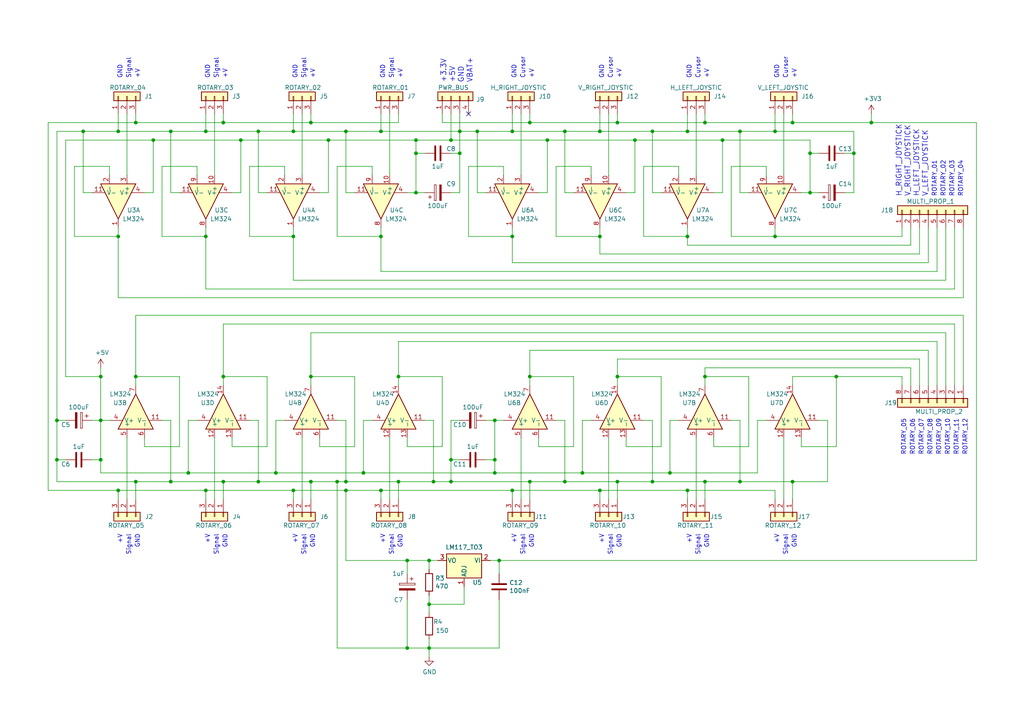
<source format=kicad_sch>
(kicad_sch (version 20230121) (generator eeschema)
  (paper "A4")
  (title_block (title "Analogs inputs - unbuffered rotary sensors") (date "2020-04-15"))
  (lib_symbols
    (symbol "RCTX-rescue:+3.3V-power" (power) (pin_names (offset 0))
      (property "Value" "+3.3V-power" (at 0 3.556 0))
      (symbol "+3.3V-power_0_1"
        (polyline (pts (xy -0.762 1.27) (xy 0 2.54)))
        (polyline (pts (xy 0 0) (xy 0 2.54)))
        (polyline (pts (xy 0 2.54) (xy 0.762 1.27)))
      )
      (symbol "+3.3V-power_1_1"
        (pin power_in line (at 0 0 90) (length 0) hide (name "+3V3") (number "1"))
      )
    )
    (symbol "RCTX-rescue:+5V-power" (power) (pin_names (offset 0))
      (property "Value" "+5V-power" (at 0 3.556 0))
      (symbol "+5V-power_0_1"
        (polyline (pts (xy -0.762 1.27) (xy 0 2.54)))
        (polyline (pts (xy 0 0) (xy 0 2.54)))
        (polyline (pts (xy 0 2.54) (xy 0.762 1.27)))
      )
      (symbol "+5V-power_1_1"
        (pin power_in line (at 0 0 90) (length 0) hide (name "+5V") (number "1"))
      )
    )
    (symbol "RCTX-rescue:C-device" (pin_numbers hide) (pin_names (offset 0.254))
      (property "Reference" "C" (at 0.635 2.54 0))
      (property "Value" "device_C" (at 0.635 -2.54 0))
      (symbol "C-device_0_1"
        (polyline (pts (xy -2.032 -0.762) (xy 2.032 -0.762)) (stroke (width 0.508)))
        (polyline (pts (xy -2.032 0.762) (xy 2.032 0.762)) (stroke (width 0.508)))
      )
      (symbol "C-device_1_1"
        (pin passive line (at 0 3.81 270) (length 2.794) (name "~") (number "1"))
        (pin passive line (at 0 -3.81 90) (length 2.794) (name "~") (number "2"))
      )
    )
    (symbol "RCTX-rescue:CP-device" (pin_numbers hide) (pin_names (offset 0.254))
      (property "Reference" "C" (at 0.635 2.54 0))
      (property "Value" "CP-device" (at 0.635 -2.54 0))
      (symbol "CP-device_0_1"
        (rectangle (start -2.286 0.508) (end -2.286 1.016))
        (rectangle (start -2.286 0.508) (end 2.286 0.508))
        (polyline (pts (xy -1.778 2.286) (xy -0.762 2.286)))
        (polyline (pts (xy -1.27 2.794) (xy -1.27 1.778)))
        (rectangle (start 2.286 -0.508) (end -2.286 -1.016) (fill (type outline)))
        (rectangle (start 2.286 1.016) (end -2.286 1.016))
        (rectangle (start 2.286 1.016) (end 2.286 0.508))
      )
      (symbol "CP-device_1_1"
        (pin passive line (at 0 3.81 270) (length 2.794) (name "~") (number "1"))
        (pin passive line (at 0 -3.81 90) (length 2.794) (name "~") (number "2"))
      )
    )
    (symbol "RCTX-rescue:Conn_01x03-conn" (pin_names (offset 1.016) hide)
      (property "Reference" "J" (at 0 5.08 0))
      (property "Value" "Conn_01x03-conn" (at 0 -5.08 0))
      (symbol "Conn_01x03-conn_1_1"
        (rectangle (start -1.27 -2.413) (end 0 -2.667) (stroke (width 0.1524)))
        (rectangle (start -1.27 0.127) (end 0 -0.127) (stroke (width 0.1524)))
        (rectangle (start -1.27 2.667) (end 0 2.413) (stroke (width 0.1524)))
        (rectangle (start -1.27 3.81) (end 1.27 -3.81) (stroke (width 0.254)) (fill (type background)))
        (pin passive line (at -5.08 2.54 0) (length 3.81) (name "Pin_1") (number "1"))
        (pin passive line (at -5.08 0 0) (length 3.81) (name "Pin_2") (number "2"))
        (pin passive line (at -5.08 -2.54 0) (length 3.81) (name "Pin_3") (number "3"))
      )
    )
    (symbol "RCTX-rescue:Conn_01x04-conn" (pin_names (offset 1.016) hide)
      (property "Reference" "J" (at 0 5.08 0))
      (property "Value" "Conn_01x04-conn" (at 0 -7.62 0))
      (symbol "Conn_01x04-conn_1_1"
        (rectangle (start -1.27 -4.953) (end 0 -5.207) (stroke (width 0.1524)))
        (rectangle (start -1.27 -2.413) (end 0 -2.667) (stroke (width 0.1524)))
        (rectangle (start -1.27 0.127) (end 0 -0.127) (stroke (width 0.1524)))
        (rectangle (start -1.27 2.667) (end 0 2.413) (stroke (width 0.1524)))
        (rectangle (start -1.27 3.81) (end 1.27 -6.35) (stroke (width 0.254)) (fill (type background)))
        (pin passive line (at -5.08 2.54 0) (length 3.81) (name "Pin_1") (number "1"))
        (pin passive line (at -5.08 0 0) (length 3.81) (name "Pin_2") (number "2"))
        (pin passive line (at -5.08 -2.54 0) (length 3.81) (name "Pin_3") (number "3"))
        (pin passive line (at -5.08 -5.08 0) (length 3.81) (name "Pin_4") (number "4"))
      )
    )
    (symbol "RCTX-rescue:Conn_01x08-conn" (pin_names (offset 1.016) hide)
      (property "Reference" "J" (at 0 10.16 0))
      (property "Value" "Conn_01x08-conn" (at 0 -12.7 0))
      (symbol "Conn_01x08-conn_1_1"
        (rectangle (start -1.27 -10.033) (end 0 -10.287) (stroke (width 0.1524)))
        (rectangle (start -1.27 -7.493) (end 0 -7.747) (stroke (width 0.1524)))
        (rectangle (start -1.27 -4.953) (end 0 -5.207) (stroke (width 0.1524)))
        (rectangle (start -1.27 -2.413) (end 0 -2.667) (stroke (width 0.1524)))
        (rectangle (start -1.27 0.127) (end 0 -0.127) (stroke (width 0.1524)))
        (rectangle (start -1.27 2.667) (end 0 2.413) (stroke (width 0.1524)))
        (rectangle (start -1.27 5.207) (end 0 4.953) (stroke (width 0.1524)))
        (rectangle (start -1.27 7.747) (end 0 7.493) (stroke (width 0.1524)))
        (rectangle (start -1.27 8.89) (end 1.27 -11.43) (stroke (width 0.254)) (fill (type background)))
        (pin passive line (at -5.08 7.62 0) (length 3.81) (name "Pin_1") (number "1"))
        (pin passive line (at -5.08 5.08 0) (length 3.81) (name "Pin_2") (number "2"))
        (pin passive line (at -5.08 2.54 0) (length 3.81) (name "Pin_3") (number "3"))
        (pin passive line (at -5.08 0 0) (length 3.81) (name "Pin_4") (number "4"))
        (pin passive line (at -5.08 -2.54 0) (length 3.81) (name "Pin_5") (number "5"))
        (pin passive line (at -5.08 -5.08 0) (length 3.81) (name "Pin_6") (number "6"))
        (pin passive line (at -5.08 -7.62 0) (length 3.81) (name "Pin_7") (number "7"))
        (pin passive line (at -5.08 -10.16 0) (length 3.81) (name "Pin_8") (number "8"))
      )
    )
    (symbol "RCTX-rescue:GND-power" (power) (pin_names (offset 0))
      (property "Value" "GND-power" (at 0 -3.81 0))
      (symbol "GND-power_0_1"
        (polyline (pts (xy 0 0) (xy 0 -1.27) (xy 1.27 -1.27) (xy 0 -2.54) (xy -1.27 -1.27) (xy 0 -1.27)))
      )
      (symbol "GND-power_1_1"
        (pin power_in line (at 0 0 270) (length 0) hide (name "GND") (number "1"))
      )
    )
    (symbol "RCTX-rescue:LM117_TO3-regul" (pin_names (offset 0.254))
      (property "Reference" "U" (at -3.81 3.175 0))
      (property "Value" "LM117_TO3-regul" (at 0 3.175 0))
      (symbol "LM117_TO3-regul_0_1"
        (rectangle (start -5.08 1.905) (end 5.08 -5.08) (stroke (width 0.254)) (fill (type background)))
      )
      (symbol "LM117_TO3-regul_1_1"
        (pin input line (at 0 -7.62 90) (length 2.54) (name "ADJ") (number "1"))
        (pin power_in line (at -7.62 0 0) (length 2.54) (name "VI") (number "2"))
        (pin power_out line (at 7.62 0 180) (length 2.54) (name "VO") (number "3"))
      )
    )
    (symbol "RCTX-rescue:LM324-linear"
      (property "Reference" "U" (at 0 5.08 0))
      (property "Value" "LM324-linear" (at 0 -5.08 0))
      (symbol "LM324-linear_0_1"
        (polyline (pts (xy -5.08 5.08) (xy 5.08 0) (xy -5.08 -5.08) (xy -5.08 5.08)) (stroke (width 0.254)) (fill (type background)))
        (pin power_in line (at -2.54 -7.62 90) (length 3.81) (name "V-") (number "11"))
        (pin power_in line (at -2.54 7.62 270) (length 3.81) (name "V+") (number "4"))
      )
      (symbol "LM324-linear_1_1"
        (pin output line (at 7.62 0 180) (length 2.54) (name "~") (number "1"))
        (pin input line (at -7.62 -2.54 0) (length 2.54) (name "-") (number "2"))
        (pin input line (at -7.62 2.54 0) (length 2.54) (name "+") (number "3"))
      )
      (symbol "LM324-linear_2_1"
        (pin input line (at -7.62 2.54 0) (length 2.54) (name "+") (number "5"))
        (pin input line (at -7.62 -2.54 0) (length 2.54) (name "-") (number "6"))
        (pin output line (at 7.62 0 180) (length 2.54) (name "~") (number "7"))
      )
      (symbol "LM324-linear_3_1"
        (pin input line (at -7.62 2.54 0) (length 2.54) (name "+") (number "10"))
        (pin output line (at 7.62 0 180) (length 2.54) (name "~") (number "8"))
        (pin input line (at -7.62 -2.54 0) (length 2.54) (name "-") (number "9"))
      )
      (symbol "LM324-linear_4_1"
        (pin input line (at -7.62 2.54 0) (length 2.54) (name "+") (number "12"))
        (pin input line (at -7.62 -2.54 0) (length 2.54) (name "-") (number "13"))
        (pin output line (at 7.62 0 180) (length 2.54) (name "~") (number "14"))
      )
    )
    (symbol "RCTX-rescue:R-device" (pin_numbers hide) (pin_names (offset 0))
      (property "Reference" "R" (at 2.032 0 90))
      (property "Value" "device_R" (at 0 0 90))
      (symbol "R-device_0_1"
        (rectangle (start -1.016 -2.54) (end 1.016 2.54) (stroke (width 0.254)))
      )
      (symbol "R-device_1_1"
        (pin passive line (at 0 3.81 270) (length 1.27) (name "~") (number "1"))
        (pin passive line (at 0 -3.81 90) (length 1.27) (name "~") (number "2"))
      )
    )
  )
  (junction (at 100.33 38.1))
  (junction (at 163.83 139.7))
  (junction (at 85.09 142.24))
  (junction (at 158.75 40.64))
  (junction (at 29.21 109.22))
  (junction (at 189.23 139.7))
  (junction (at 138.43 38.1))
  (junction (at 204.47 109.22))
  (junction (at 90.17 35.56))
  (junction (at 115.57 109.22))
  (junction (at 34.29 142.24))
  (junction (at 80.01 137.16))
  (junction (at 148.59 142.24))
  (junction (at 199.39 142.24))
  (junction (at 97.79 139.7))
  (junction (at 148.59 38.1))
  (junction (at 39.37 109.22))
  (junction (at 124.46 162.56))
  (junction (at 224.79 68.58))
  (junction (at 16.51 121.92))
  (junction (at 110.49 38.1))
  (junction (at 29.21 133.35))
  (junction (at 252.73 35.56))
  (junction (at 173.99 38.1))
  (junction (at 144.78 162.56))
  (junction (at 194.31 137.16))
  (junction (at 179.07 109.22))
  (junction (at 59.69 142.24))
  (junction (at 34.29 38.1))
  (junction (at 229.87 139.7))
  (junction (at 184.15 40.64))
  (junction (at 120.65 44.45))
  (junction (at 204.47 35.56))
  (junction (at 199.39 68.58))
  (junction (at 16.51 133.35))
  (junction (at 130.81 40.64))
  (junction (at 100.33 142.24))
  (junction (at 124.46 187.96))
  (junction (at 143.51 137.16))
  (junction (at 234.95 55.88))
  (junction (at 130.81 139.7))
  (junction (at 110.49 142.24))
  (junction (at 120.65 40.64))
  (junction (at 49.53 139.7))
  (junction (at 64.77 139.7))
  (junction (at 85.09 68.58))
  (junction (at 199.39 38.1))
  (junction (at 133.35 38.1))
  (junction (at 90.17 109.22))
  (junction (at 229.87 35.56))
  (junction (at 189.23 38.1))
  (junction (at 124.46 175.26))
  (junction (at 39.37 35.56))
  (junction (at 148.59 68.58))
  (junction (at 247.65 44.45))
  (junction (at 130.81 133.35))
  (junction (at 214.63 38.1))
  (junction (at 90.17 139.7))
  (junction (at 49.53 38.1))
  (junction (at 59.69 68.58))
  (junction (at 125.73 139.7))
  (junction (at 59.69 38.1))
  (junction (at 214.63 139.7))
  (junction (at 100.33 139.7))
  (junction (at 85.09 38.1))
  (junction (at 110.49 68.58))
  (junction (at 179.07 139.7))
  (junction (at 74.93 139.7))
  (junction (at 153.67 109.22))
  (junction (at 153.67 35.56))
  (junction (at 163.83 38.1))
  (junction (at 64.77 109.22))
  (junction (at 24.13 38.1))
  (junction (at 39.37 139.7))
  (junction (at 54.61 137.16))
  (junction (at 173.99 68.58))
  (junction (at 95.25 40.64))
  (junction (at 105.41 137.16))
  (junction (at 143.51 121.92))
  (junction (at 209.55 40.64))
  (junction (at 143.51 133.35))
  (junction (at 133.35 44.45))
  (junction (at 242.57 109.22))
  (junction (at 64.77 35.56))
  (junction (at 34.29 68.58))
  (junction (at 204.47 139.7))
  (junction (at 224.79 38.1))
  (junction (at 118.11 187.96))
  (junction (at 234.95 44.45))
  (junction (at 29.21 121.92))
  (junction (at 120.65 55.88))
  (junction (at 168.91 137.16))
  (junction (at 153.67 139.7))
  (junction (at 44.45 40.64))
  (junction (at 179.07 35.56))
  (junction (at 74.93 38.1))
  (junction (at 173.99 142.24))
  (junction (at 118.11 162.56))
  (junction (at 115.57 139.7))
  (junction (at 69.85 40.64))
  (no_connect (at 135.89 33.02))
  (wire (pts (xy 26.67 133.35) (xy 29.21 133.35)))
  (wire (pts (xy 41.91 129.54) (xy 52.07 129.54)))
  (wire (pts (xy 133.35 44.45) (xy 130.81 44.45)))
  (wire (pts (xy 64.77 139.7) (xy 49.53 139.7)))
  (wire (pts (xy 189.23 139.7) (xy 204.47 139.7)))
  (wire (pts (xy 199.39 38.1) (xy 214.63 38.1)))
  (wire (pts (xy 118.11 173.99) (xy 118.11 187.96)))
  (wire (pts (xy 168.91 121.92) (xy 171.45 121.92)))
  (wire (pts (xy 156.21 129.54) (xy 166.37 129.54)))
  (wire (pts (xy 269.24 66.04) (xy 269.24 76.2)))
  (wire (pts (xy 64.77 35.56) (xy 39.37 35.56)))
  (wire (pts (xy 133.35 33.02) (xy 133.35 38.1)))
  (wire (pts (xy 110.49 68.58) (xy 110.49 66.04)))
  (wire (pts (xy 222.25 50.8) (xy 222.25 48.26)))
  (wire (pts (xy 166.37 109.22) (xy 153.67 109.22)))
  (wire (pts (xy 144.78 162.56) (xy 144.78 166.37)))
  (wire (pts (xy 158.75 55.88) (xy 158.75 40.64)))
  (wire (pts (xy 279.4 91.44) (xy 39.37 91.44)))
  (wire (pts (xy 124.46 172.72) (xy 124.46 175.26)))
  (wire (pts (xy 134.62 175.26) (xy 134.62 170.18)))
  (wire (pts (xy 242.57 129.54) (xy 242.57 109.22)))
  (wire (pts (xy 16.51 133.35) (xy 16.51 139.7)))
  (wire (pts (xy 173.99 142.24) (xy 199.39 142.24)))
  (wire (pts (xy 274.32 111.76) (xy 274.32 96.52)))
  (wire (pts (xy 95.25 40.64) (xy 95.25 55.88)))
  (wire (pts (xy 69.85 55.88) (xy 67.31 55.88)))
  (wire (pts (xy 217.17 109.22) (xy 204.47 109.22)))
  (wire (pts (xy 133.35 38.1) (xy 110.49 38.1)))
  (wire (pts (xy 153.67 101.6) (xy 153.67 109.22)))
  (wire (pts (xy 115.57 99.06) (xy 115.57 109.22)))
  (wire (pts (xy 105.41 137.16) (xy 80.01 137.16)))
  (wire (pts (xy 16.51 121.92) (xy 16.51 38.1)))
  (wire (pts (xy 130.81 33.02) (xy 130.81 40.64)))
  (wire (pts (xy 113.03 50.8) (xy 113.03 33.02)))
  (wire (pts (xy 31.75 48.26) (xy 21.59 48.26)))
  (wire (pts (xy 168.91 137.16) (xy 168.91 121.92)))
  (wire (pts (xy 46.99 121.92) (xy 49.53 121.92)))
  (wire (pts (xy 153.67 109.22) (xy 153.67 111.76)))
  (wire (pts (xy 124.46 187.96) (xy 118.11 187.96)))
  (wire (pts (xy 266.7 66.04) (xy 266.7 73.66)))
  (wire (pts (xy 179.07 139.7) (xy 163.83 139.7)))
  (wire (pts (xy 92.71 127) (xy 92.71 129.54)))
  (wire (pts (xy 85.09 33.02) (xy 85.09 38.1)))
  (wire (pts (xy 124.46 175.26) (xy 124.46 177.8)))
  (wire (pts (xy 271.78 66.04) (xy 271.78 78.74)))
  (wire (pts (xy 115.57 109.22) (xy 115.57 111.76)))
  (wire (pts (xy 274.32 96.52) (xy 90.17 96.52)))
  (wire (pts (xy 62.23 33.02) (xy 62.23 50.8)))
  (wire (pts (xy 194.31 121.92) (xy 196.85 121.92)))
  (wire (pts (xy 209.55 40.64) (xy 209.55 55.88)))
  (wire (pts (xy 191.77 109.22) (xy 179.07 109.22)))
  (wire (pts (xy 100.33 142.24) (xy 110.49 142.24)))
  (wire (pts (xy 77.47 129.54) (xy 77.47 109.22)))
  (wire (pts (xy 279.4 86.36) (xy 34.29 86.36)))
  (wire (pts (xy 163.83 55.88) (xy 163.83 38.1)))
  (wire (pts (xy 166.37 129.54) (xy 166.37 109.22)))
  (wire (pts (xy 125.73 139.7) (xy 115.57 139.7)))
  (wire (pts (xy 90.17 35.56) (xy 64.77 35.56)))
  (wire (pts (xy 276.86 83.82) (xy 59.69 83.82)))
  (wire (pts (xy 128.27 109.22) (xy 115.57 109.22)))
  (wire (pts (xy 26.67 55.88) (xy 24.13 55.88)))
  (wire (pts (xy 224.79 33.02) (xy 224.79 38.1)))
  (wire (pts (xy 29.21 137.16) (xy 29.21 133.35)))
  (wire (pts (xy 85.09 38.1) (xy 74.93 38.1)))
  (wire (pts (xy 29.21 121.92) (xy 31.75 121.92)))
  (wire (pts (xy 80.01 121.92) (xy 82.55 121.92)))
  (wire (pts (xy 217.17 129.54) (xy 217.17 109.22)))
  (wire (pts (xy 266.7 73.66) (xy 173.99 73.66)))
  (wire (pts (xy 118.11 127) (xy 118.11 129.54)))
  (wire (pts (xy 212.09 48.26) (xy 212.09 68.58)))
  (wire (pts (xy 128.27 35.56) (xy 153.67 35.56)))
  (wire (pts (xy 90.17 109.22) (xy 90.17 111.76)))
  (wire (pts (xy 123.19 121.92) (xy 125.73 121.92)))
  (wire (pts (xy 77.47 109.22) (xy 64.77 109.22)))
  (wire (pts (xy 31.75 50.8) (xy 31.75 48.26)))
  (wire (pts (xy 171.45 50.8) (xy 171.45 48.26)))
  (wire (pts (xy 240.03 139.7) (xy 229.87 139.7)))
  (wire (pts (xy 130.81 121.92) (xy 130.81 133.35)))
  (wire (pts (xy 214.63 139.7) (xy 229.87 139.7)))
  (wire (pts (xy 247.65 44.45) (xy 245.11 44.45)))
  (wire (pts (xy 124.46 190.5) (xy 124.46 187.96)))
  (wire (pts (xy 179.07 33.02) (xy 179.07 35.56)))
  (wire (pts (xy 128.27 129.54) (xy 128.27 109.22)))
  (wire (pts (xy 232.41 129.54) (xy 242.57 129.54)))
  (wire (pts (xy 186.69 121.92) (xy 189.23 121.92)))
  (wire (pts (xy 153.67 139.7) (xy 163.83 139.7)))
  (wire (pts (xy 264.16 66.04) (xy 264.16 71.12)))
  (wire (pts (xy 34.29 144.78) (xy 34.29 142.24)))
  (wire (pts (xy 36.83 127) (xy 36.83 144.78)))
  (wire (pts (xy 97.79 48.26) (xy 97.79 68.58)))
  (wire (pts (xy 72.39 68.58) (xy 85.09 68.58)))
  (wire (pts (xy 224.79 68.58) (xy 224.79 66.04)))
  (wire (pts (xy 209.55 40.64) (xy 234.95 40.64)))
  (wire (pts (xy 196.85 48.26) (xy 186.69 48.26)))
  (wire (pts (xy 21.59 48.26) (xy 21.59 68.58)))
  (wire (pts (xy 46.99 68.58) (xy 59.69 68.58)))
  (wire (pts (xy 148.59 142.24) (xy 173.99 142.24)))
  (wire (pts (xy 41.91 127) (xy 41.91 129.54)))
  (wire (pts (xy 16.51 38.1) (xy 24.13 38.1)))
  (wire (pts (xy 184.15 40.64) (xy 184.15 55.88)))
  (wire (pts (xy 124.46 162.56) (xy 124.46 165.1)))
  (wire (pts (xy 212.09 68.58) (xy 224.79 68.58)))
  (wire (pts (xy 41.91 55.88) (xy 44.45 55.88)))
  (wire (pts (xy 130.81 139.7) (xy 153.67 139.7)))
  (wire (pts (xy 276.86 66.04) (xy 276.86 83.82)))
  (wire (pts (xy 173.99 38.1) (xy 163.83 38.1)))
  (wire (pts (xy 118.11 162.56) (xy 118.11 166.37)))
  (wire (pts (xy 118.11 162.56) (xy 100.33 162.56)))
  (wire (pts (xy 234.95 55.88) (xy 232.41 55.88)))
  (wire (pts (xy 199.39 142.24) (xy 224.79 142.24)))
  (wire (pts (xy 168.91 137.16) (xy 143.51 137.16)))
  (wire (pts (xy 105.41 121.92) (xy 105.41 137.16)))
  (wire (pts (xy 36.83 33.02) (xy 36.83 50.8)))
  (wire (pts (xy 19.05 121.92) (xy 16.51 121.92)))
  (wire (pts (xy 107.95 50.8) (xy 107.95 48.26)))
  (wire (pts (xy 97.79 121.92) (xy 100.33 121.92)))
  (wire (pts (xy 247.65 44.45) (xy 247.65 38.1)))
  (wire (pts (xy 269.24 76.2) (xy 148.59 76.2)))
  (wire (pts (xy 199.39 38.1) (xy 189.23 38.1)))
  (wire (pts (xy 179.07 109.22) (xy 179.07 111.76)))
  (wire (pts (xy 143.51 133.35) (xy 143.51 121.92)))
  (wire (pts (xy 133.35 55.88) (xy 133.35 44.45)))
  (wire (pts (xy 144.78 187.96) (xy 144.78 173.99)))
  (wire (pts (xy 204.47 106.68) (xy 264.16 106.68)))
  (wire (pts (xy 74.93 139.7) (xy 90.17 139.7)))
  (wire (pts (xy 237.49 121.92) (xy 240.03 121.92)))
  (wire (pts (xy 173.99 68.58) (xy 173.99 66.04)))
  (wire (pts (xy 64.77 93.98) (xy 64.77 109.22)))
  (wire (pts (xy 124.46 162.56) (xy 118.11 162.56)))
  (wire (pts (xy 34.29 142.24) (xy 13.97 142.24)))
  (wire (pts (xy 85.09 38.1) (xy 100.33 38.1)))
  (wire (pts (xy 229.87 35.56) (xy 204.47 35.56)))
  (wire (pts (xy 115.57 35.56) (xy 90.17 35.56)))
  (wire (pts (xy 142.24 162.56) (xy 144.78 162.56)))
  (wire (pts (xy 39.37 144.78) (xy 39.37 139.7)))
  (wire (pts (xy 199.39 71.12) (xy 199.39 68.58)))
  (wire (pts (xy 234.95 40.64) (xy 234.95 44.45)))
  (wire (pts (xy 54.61 137.16) (xy 29.21 137.16)))
  (wire (pts (xy 135.89 48.26) (xy 135.89 68.58)))
  (wire (pts (xy 274.32 66.04) (xy 274.32 81.28)))
  (wire (pts (xy 130.81 139.7) (xy 125.73 139.7)))
  (wire (pts (xy 271.78 99.06) (xy 115.57 99.06)))
  (wire (pts (xy 207.01 127) (xy 207.01 129.54)))
  (wire (pts (xy 261.62 66.04) (xy 261.62 68.58)))
  (wire (pts (xy 110.49 38.1) (xy 100.33 38.1)))
  (wire (pts (xy 194.31 137.16) (xy 194.31 121.92)))
  (wire (pts (xy 67.31 127) (xy 67.31 129.54)))
  (wire (pts (xy 29.21 133.35) (xy 29.21 121.92)))
  (wire (pts (xy 118.11 129.54) (xy 128.27 129.54)))
  (wire (pts (xy 227.33 144.78) (xy 227.33 127)))
  (wire (pts (xy 34.29 142.24) (xy 59.69 142.24)))
  (wire (pts (xy 64.77 144.78) (xy 64.77 139.7)))
  (wire (pts (xy 130.81 133.35) (xy 130.81 139.7)))
  (wire (pts (xy 153.67 144.78) (xy 153.67 139.7)))
  (wire (pts (xy 138.43 55.88) (xy 138.43 38.1)))
  (wire (pts (xy 21.59 68.58) (xy 34.29 68.58)))
  (wire (pts (xy 148.59 68.58) (xy 148.59 66.04)))
  (wire (pts (xy 264.16 71.12) (xy 199.39 71.12)))
  (wire (pts (xy 120.65 55.88) (xy 118.11 55.88)))
  (wire (pts (xy 222.25 121.92) (xy 219.71 121.92)))
  (wire (pts (xy 179.07 35.56) (xy 153.67 35.56)))
  (wire (pts (xy 133.35 44.45) (xy 133.35 38.1)))
  (wire (pts (xy 130.81 40.64) (xy 158.75 40.64)))
  (wire (pts (xy 161.29 121.92) (xy 163.83 121.92)))
  (wire (pts (xy 34.29 68.58) (xy 34.29 86.36)))
  (wire (pts (xy 100.33 121.92) (xy 100.33 139.7)))
  (wire (pts (xy 264.16 106.68) (xy 264.16 111.76)))
  (wire (pts (xy 54.61 137.16) (xy 54.61 121.92)))
  (wire (pts (xy 16.51 133.35) (xy 19.05 133.35)))
  (wire (pts (xy 115.57 33.02) (xy 115.57 35.56)))
  (wire (pts (xy 181.61 127) (xy 181.61 129.54)))
  (wire (pts (xy 204.47 139.7) (xy 214.63 139.7)))
  (wire (pts (xy 59.69 38.1) (xy 49.53 38.1)))
  (wire (pts (xy 158.75 40.64) (xy 184.15 40.64)))
  (wire (pts (xy 113.03 144.78) (xy 113.03 127)))
  (wire (pts (xy 59.69 83.82) (xy 59.69 68.58)))
  (wire (pts (xy 87.63 144.78) (xy 87.63 127)))
  (wire (pts (xy 102.87 129.54) (xy 102.87 109.22)))
  (wire (pts (xy 120.65 40.64) (xy 130.81 40.64)))
  (wire (pts (xy 120.65 44.45) (xy 120.65 55.88)))
  (wire (pts (xy 39.37 35.56) (xy 39.37 33.02)))
  (wire (pts (xy 148.59 38.1) (xy 148.59 33.02)))
  (wire (pts (xy 19.05 40.64) (xy 44.45 40.64)))
  (wire (pts (xy 124.46 175.26) (xy 134.62 175.26)))
  (wire (pts (xy 204.47 35.56) (xy 179.07 35.56)))
  (wire (pts (xy 173.99 73.66) (xy 173.99 68.58)))
  (wire (pts (xy 97.79 139.7) (xy 100.33 139.7)))
  (wire (pts (xy 118.11 187.96) (xy 97.79 187.96)))
  (wire (pts (xy 74.93 55.88) (xy 74.93 38.1)))
  (wire (pts (xy 26.67 121.92) (xy 29.21 121.92)))
  (wire (pts (xy 143.51 137.16) (xy 143.51 133.35)))
  (wire (pts (xy 130.81 133.35) (xy 133.35 133.35)))
  (wire (pts (xy 261.62 68.58) (xy 224.79 68.58)))
  (wire (pts (xy 184.15 40.64) (xy 209.55 40.64)))
  (wire (pts (xy 209.55 55.88) (xy 207.01 55.88)))
  (wire (pts (xy 140.97 133.35) (xy 143.51 133.35)))
  (wire (pts (xy 271.78 78.74) (xy 110.49 78.74)))
  (wire (pts (xy 204.47 33.02) (xy 204.47 35.56)))
  (wire (pts (xy 92.71 129.54) (xy 102.87 129.54)))
  (wire (pts (xy 214.63 55.88) (xy 214.63 38.1)))
  (wire (pts (xy 115.57 139.7) (xy 115.57 144.78)))
  (wire (pts (xy 179.07 104.14) (xy 179.07 109.22)))
  (wire (pts (xy 201.93 33.02) (xy 201.93 50.8)))
  (wire (pts (xy 199.39 144.78) (xy 199.39 142.24)))
  (wire (pts (xy 138.43 38.1) (xy 148.59 38.1)))
  (wire (pts (xy 16.51 121.92) (xy 16.51 133.35)))
  (wire (pts (xy 49.53 55.88) (xy 49.53 38.1)))
  (wire (pts (xy 85.09 142.24) (xy 100.33 142.24)))
  (wire (pts (xy 13.97 35.56) (xy 39.37 35.56)))
  (wire (pts (xy 52.07 109.22) (xy 39.37 109.22)))
  (wire (pts (xy 156.21 127) (xy 156.21 129.54)))
  (wire (pts (xy 124.46 185.42) (xy 124.46 187.96)))
  (wire (pts (xy 143.51 137.16) (xy 105.41 137.16)))
  (wire (pts (xy 245.11 55.88) (xy 247.65 55.88)))
  (wire (pts (xy 146.05 50.8) (xy 146.05 48.26)))
  (wire (pts (xy 201.93 144.78) (xy 201.93 127)))
  (wire (pts (xy 39.37 91.44) (xy 39.37 109.22)))
  (wire (pts (xy 59.69 68.58) (xy 59.69 66.04)))
  (wire (pts (xy 252.73 35.56) (xy 229.87 35.56)))
  (wire (pts (xy 39.37 109.22) (xy 39.37 111.76)))
  (wire (pts (xy 80.01 137.16) (xy 54.61 137.16)))
  (wire (pts (xy 199.39 33.02) (xy 199.39 38.1)))
  (wire (pts (xy 274.32 81.28) (xy 85.09 81.28)))
  (wire (pts (xy 77.47 55.88) (xy 74.93 55.88)))
  (wire (pts (xy 87.63 33.02) (xy 87.63 50.8)))
  (wire (pts (xy 161.29 48.26) (xy 161.29 68.58)))
  (wire (pts (xy 276.86 93.98) (xy 64.77 93.98)))
  (wire (pts (xy 24.13 55.88) (xy 24.13 38.1)))
  (wire (pts (xy 59.69 33.02) (xy 59.69 38.1)))
  (wire (pts (xy 100.33 162.56) (xy 100.33 142.24)))
  (wire (pts (xy 217.17 55.88) (xy 214.63 55.88)))
  (wire (pts (xy 52.07 55.88) (xy 49.53 55.88)))
  (wire (pts (xy 227.33 50.8) (xy 227.33 33.02)))
  (wire (pts (xy 110.49 142.24) (xy 110.49 144.78)))
  (wire (pts (xy 191.77 55.88) (xy 189.23 55.88)))
  (wire (pts (xy 13.97 142.24) (xy 13.97 35.56)))
  (wire (pts (xy 120.65 40.64) (xy 120.65 44.45)))
  (wire (pts (xy 64.77 109.22) (xy 64.77 111.76)))
  (wire (pts (xy 49.53 38.1) (xy 34.29 38.1)))
  (wire (pts (xy 39.37 139.7) (xy 49.53 139.7)))
  (wire (pts (xy 229.87 109.22) (xy 229.87 111.76)))
  (wire (pts (xy 140.97 55.88) (xy 138.43 55.88)))
  (wire (pts (xy 52.07 129.54) (xy 52.07 109.22)))
  (wire (pts (xy 204.47 109.22) (xy 204.47 111.76)))
  (wire (pts (xy 59.69 142.24) (xy 85.09 142.24)))
  (wire (pts (xy 85.09 68.58) (xy 85.09 66.04)))
  (wire (pts (xy 144.78 162.56) (xy 283.21 162.56)))
  (wire (pts (xy 125.73 121.92) (xy 125.73 139.7)))
  (wire (pts (xy 189.23 38.1) (xy 173.99 38.1)))
  (wire (pts (xy 46.99 48.26) (xy 46.99 68.58)))
  (wire (pts (xy 90.17 144.78) (xy 90.17 139.7)))
  (wire (pts (xy 176.53 33.02) (xy 176.53 50.8)))
  (wire (pts (xy 72.39 121.92) (xy 74.93 121.92)))
  (wire (pts (xy 85.09 81.28) (xy 85.09 68.58)))
  (wire (pts (xy 224.79 38.1) (xy 214.63 38.1)))
  (wire (pts (xy 69.85 40.64) (xy 95.25 40.64)))
  (wire (pts (xy 69.85 40.64) (xy 69.85 55.88)))
  (wire (pts (xy 232.41 127) (xy 232.41 129.54)))
  (wire (pts (xy 222.25 48.26) (xy 212.09 48.26)))
  (wire (pts (xy 240.03 121.92) (xy 240.03 139.7)))
  (wire (pts (xy 229.87 139.7) (xy 229.87 144.78)))
  (wire (pts (xy 133.35 121.92) (xy 130.81 121.92)))
  (wire (pts (xy 234.95 44.45) (xy 234.95 55.88)))
  (wire (pts (xy 85.09 144.78) (xy 85.09 142.24)))
  (wire (pts (xy 179.07 144.78) (xy 179.07 139.7)))
  (wire (pts (xy 143.51 121.92) (xy 146.05 121.92)))
  (wire (pts (xy 44.45 40.64) (xy 69.85 40.64)))
  (wire (pts (xy 54.61 121.92) (xy 57.15 121.92)))
  (wire (pts (xy 74.93 121.92) (xy 74.93 139.7)))
  (wire (pts (xy 128.27 35.56) (xy 128.27 33.02)))
  (wire (pts (xy 186.69 48.26) (xy 186.69 68.58)))
  (wire (pts (xy 62.23 144.78) (xy 62.23 127)))
  (wire (pts (xy 176.53 144.78) (xy 176.53 127)))
  (wire (pts (xy 266.7 111.76) (xy 266.7 104.14)))
  (wire (pts (xy 107.95 48.26) (xy 97.79 48.26)))
  (wire (pts (xy 171.45 48.26) (xy 161.29 48.26)))
  (wire (pts (xy 59.69 144.78) (xy 59.69 142.24)))
  (wire (pts (xy 110.49 142.24) (xy 148.59 142.24)))
  (wire (pts (xy 166.37 55.88) (xy 163.83 55.88)))
  (wire (pts (xy 67.31 129.54) (xy 77.47 129.54)))
  (wire (pts (xy 102.87 55.88) (xy 100.33 55.88)))
  (wire (pts (xy 237.49 55.88) (xy 234.95 55.88)))
  (wire (pts (xy 173.99 144.78) (xy 173.99 142.24)))
  (wire (pts (xy 163.83 121.92) (xy 163.83 139.7)))
  (wire (pts (xy 199.39 68.58) (xy 199.39 66.04)))
  (wire (pts (xy 156.21 55.88) (xy 158.75 55.88)))
  (wire (pts (xy 82.55 50.8) (xy 82.55 48.26)))
  (wire (pts (xy 207.01 129.54) (xy 217.17 129.54)))
  (wire (pts (xy 102.87 109.22) (xy 90.17 109.22)))
  (wire (pts (xy 80.01 137.16) (xy 80.01 121.92)))
  (wire (pts (xy 204.47 106.68) (xy 204.47 109.22)))
  (wire (pts (xy 153.67 101.6) (xy 269.24 101.6)))
  (wire (pts (xy 95.25 55.88) (xy 92.71 55.88)))
  (wire (pts (xy 57.15 48.26) (xy 46.99 48.26)))
  (wire (pts (xy 16.51 139.7) (xy 39.37 139.7)))
  (wire (pts (xy 29.21 121.92) (xy 29.21 109.22)))
  (wire (pts (xy 64.77 33.02) (xy 64.77 35.56)))
  (wire (pts (xy 127 162.56) (xy 124.46 162.56)))
  (wire (pts (xy 110.49 78.74) (xy 110.49 68.58)))
  (wire (pts (xy 247.65 55.88) (xy 247.65 44.45)))
  (wire (pts (xy 196.85 50.8) (xy 196.85 48.26)))
  (wire (pts (xy 181.61 129.54) (xy 191.77 129.54)))
  (wire (pts (xy 276.86 111.76) (xy 276.86 93.98)))
  (wire (pts (xy 100.33 55.88) (xy 100.33 38.1)))
  (wire (pts (xy 179.07 139.7) (xy 189.23 139.7)))
  (wire (pts (xy 130.81 55.88) (xy 133.35 55.88)))
  (wire (pts (xy 148.59 144.78) (xy 148.59 142.24)))
  (wire (pts (xy 161.29 68.58) (xy 173.99 68.58)))
  (wire (pts (xy 34.29 38.1) (xy 34.29 33.02)))
  (wire (pts (xy 173.99 33.02) (xy 173.99 38.1)))
  (wire (pts (xy 252.73 33.02) (xy 252.73 35.56)))
  (wire (pts (xy 261.62 109.22) (xy 261.62 111.76)))
  (wire (pts (xy 19.05 109.22) (xy 29.21 109.22)))
  (wire (pts (xy 219.71 121.92) (xy 219.71 137.16)))
  (wire (pts (xy 90.17 139.7) (xy 97.79 139.7)))
  (wire (pts (xy 151.13 127) (xy 151.13 144.78)))
  (wire (pts (xy 179.07 104.14) (xy 266.7 104.14)))
  (wire (pts (xy 90.17 96.52) (xy 90.17 109.22)))
  (wire (pts (xy 110.49 33.02) (xy 110.49 38.1)))
  (wire (pts (xy 107.95 121.92) (xy 105.41 121.92)))
  (wire (pts (xy 95.25 40.64) (xy 120.65 40.64)))
  (wire (pts (xy 72.39 48.26) (xy 72.39 68.58)))
  (wire (pts (xy 44.45 55.88) (xy 44.45 40.64)))
  (wire (pts (xy 242.57 109.22) (xy 261.62 109.22)))
  (wire (pts (xy 49.53 121.92) (xy 49.53 139.7)))
  (wire (pts (xy 283.21 162.56) (xy 283.21 35.56)))
  (wire (pts (xy 29.21 106.68) (xy 29.21 109.22)))
  (wire (pts (xy 123.19 55.88) (xy 120.65 55.88)))
  (wire (pts (xy 144.78 187.96) (xy 124.46 187.96)))
  (wire (pts (xy 242.57 109.22) (xy 229.87 109.22)))
  (wire (pts (xy 153.67 35.56) (xy 153.67 33.02)))
  (wire (pts (xy 82.55 48.26) (xy 72.39 48.26)))
  (wire (pts (xy 214.63 121.92) (xy 214.63 139.7)))
  (wire (pts (xy 140.97 121.92) (xy 143.51 121.92)))
  (wire (pts (xy 219.71 137.16) (xy 194.31 137.16)))
  (wire (pts (xy 163.83 38.1) (xy 148.59 38.1)))
  (wire (pts (xy 204.47 144.78) (xy 204.47 139.7)))
  (wire (pts (xy 24.13 38.1) (xy 34.29 38.1)))
  (wire (pts (xy 186.69 68.58) (xy 199.39 68.58)))
  (wire (pts (xy 271.78 111.76) (xy 271.78 99.06)))
  (wire (pts (xy 123.19 44.45) (xy 120.65 44.45)))
  (wire (pts (xy 19.05 40.64) (xy 19.05 109.22)))
  (wire (pts (xy 247.65 38.1) (xy 224.79 38.1)))
  (wire (pts (xy 100.33 139.7) (xy 115.57 139.7)))
  (wire (pts (xy 90.17 33.02) (xy 90.17 35.56)))
  (wire (pts (xy 189.23 55.88) (xy 189.23 38.1)))
  (wire (pts (xy 151.13 33.02) (xy 151.13 50.8)))
  (wire (pts (xy 229.87 33.02) (xy 229.87 35.56)))
  (wire (pts (xy 57.15 50.8) (xy 57.15 48.26)))
  (wire (pts (xy 133.35 38.1) (xy 138.43 38.1)))
  (wire (pts (xy 189.23 121.92) (xy 189.23 139.7)))
  (wire (pts (xy 279.4 111.76) (xy 279.4 91.44)))
  (wire (pts (xy 135.89 68.58) (xy 148.59 68.58)))
  (wire (pts (xy 224.79 142.24) (xy 224.79 144.78)))
  (wire (pts (xy 283.21 35.56) (xy 252.73 35.56)))
  (wire (pts (xy 279.4 66.04) (xy 279.4 86.36)))
  (wire (pts (xy 97.79 68.58) (xy 110.49 68.58)))
  (wire (pts (xy 74.93 38.1) (xy 59.69 38.1)))
  (wire (pts (xy 269.24 111.76) (xy 269.24 101.6)))
  (wire (pts (xy 34.29 68.58) (xy 34.29 66.04)))
  (wire (pts (xy 212.09 121.92) (xy 214.63 121.92)))
  (wire (pts (xy 148.59 76.2) (xy 148.59 68.58)))
  (wire (pts (xy 64.77 139.7) (xy 74.93 139.7)))
  (wire (pts (xy 237.49 44.45) (xy 234.95 44.45)))
  (wire (pts (xy 191.77 129.54) (xy 191.77 109.22)))
  (wire (pts (xy 184.15 55.88) (xy 181.61 55.88)))
  (wire (pts (xy 194.31 137.16) (xy 168.91 137.16)))
  (wire (pts (xy 97.79 187.96) (xy 97.79 139.7)))
  (wire (pts (xy 146.05 48.26) (xy 135.89 48.26)))
  (text "GND" (at 154.94 154.94 90) (effects (font (size 1.27 1.27)) (justify right bottom)))
  (text "GND" (at 60.96 22.86 90) (effects (font (size 1.27 1.27)) (justify left bottom)))
  (text "GND" (at 91.44 154.94 90) (effects (font (size 1.27 1.27)) (justify right bottom)))
  (text "Signal" (at 114.3 22.86 90) (effects (font (size 1.27 1.27)) (justify left bottom)))
  (text "Signal" (at 38.1 154.94 90) (effects (font (size 1.27 1.27)) (justify right bottom)))
  (text "+V" (at 35.56 154.94 90) (effects (font (size 1.27 1.27)) (justify right bottom)))
  (text "GND" (at 40.64 154.94 90) (effects (font (size 1.27 1.27)) (justify right bottom)))
  (text "ROTARY_02" (at 274.32 57.15 90) (effects (font (size 1.27 1.27)) (justify left bottom)))
  (text "ROTARY_05" (at 262.89 132.08 90) (effects (font (size 1.27 1.27)) (justify left bottom)))
  (text "H_LEFT_JOYSTICK" (at 266.7 57.15 90) (effects (font (size 1.524 1.524)) (justify left bottom)))
  (text "GND" (at 134.62 24.13 90) (effects (font (size 1.524 1.524)) (justify left bottom)))
  (text "ROTARY_04" (at 279.4 57.15 90) (effects (font (size 1.27 1.27)) (justify left bottom)))
  (text "Signal" (at 88.9 22.86 90) (effects (font (size 1.27 1.27)) (justify left bottom)))
  (text "+V" (at 66.04 22.86 90) (effects (font (size 1.27 1.27)) (justify left bottom)))
  (text "+V" (at 86.36 154.94 90) (effects (font (size 1.27 1.27)) (justify right bottom)))
  (text "+V" (at 200.66 154.94 90) (effects (font (size 1.27 1.27)) (justify right bottom)))
  (text "GND" (at 200.66 22.86 90) (effects (font (size 1.27 1.27)) (justify left bottom)))
  (text "V_LEFT_JOYSTICK" (at 269.24 57.15 90) (effects (font (size 1.524 1.524)) (justify left bottom)))
  (text "+V" (at 60.96 154.94 90) (effects (font (size 1.27 1.27)) (justify right bottom)))
  (text "+V" (at 180.34 22.86 90) (effects (font (size 1.27 1.27)) (justify left bottom)))
  (text "+V" (at 111.76 154.94 90) (effects (font (size 1.27 1.27)) (justify right bottom)))
  (text "Signal" (at 38.1 22.86 90) (effects (font (size 1.27 1.27)) (justify left bottom)))
  (text "Cursor" (at 228.6 22.86 90) (effects (font (size 1.27 1.27)) (justify left bottom)))
  (text "ROTARY_06" (at 265.43 132.08 90) (effects (font (size 1.27 1.27)) (justify left bottom)))
  (text "Signal" (at 88.9 154.94 90) (effects (font (size 1.27 1.27)) (justify right bottom)))
  (text "GND" (at 111.76 22.86 90) (effects (font (size 1.27 1.27)) (justify left bottom)))
  (text "+V" (at 91.44 22.86 90) (effects (font (size 1.27 1.27)) (justify left bottom)))
  (text "+V" (at 40.64 22.86 90) (effects (font (size 1.27 1.27)) (justify left bottom)))
  (text "+V" (at 154.94 22.86 90) (effects (font (size 1.27 1.27)) (justify left bottom)))
  (text "GND" (at 35.56 22.86 90) (effects (font (size 1.27 1.27)) (justify left bottom)))
  (text "+V" (at 226.06 154.94 90) (effects (font (size 1.27 1.27)) (justify right bottom)))
  (text "Signal" (at 114.3 154.94 90) (effects (font (size 1.27 1.27)) (justify right bottom)))
  (text "ROTARY_03" (at 276.86 57.15 90) (effects (font (size 1.27 1.27)) (justify left bottom)))
  (text "+3.3V" (at 129.54 24.13 90) (effects (font (size 1.524 1.524)) (justify left bottom)))
  (text "ROTARY_11" (at 278.13 132.08 90) (effects (font (size 1.27 1.27)) (justify left bottom)))
  (text "GND" (at 205.74 154.94 90) (effects (font (size 1.27 1.27)) (justify right bottom)))
  (text "ROTARY_09" (at 273.05 132.08 90) (effects (font (size 1.27 1.27)) (justify left bottom)))
  (text "Signal" (at 228.6 154.94 90) (effects (font (size 1.27 1.27)) (justify right bottom)))
  (text "ROTARY_12" (at 280.67 132.08 90) (effects (font (size 1.27 1.27)) (justify left bottom)))
  (text "+5V" (at 132.08 24.13 90) (effects (font (size 1.524 1.524)) (justify left bottom)))
  (text "Cursor" (at 203.2 22.86 90) (effects (font (size 1.27 1.27)) (justify left bottom)))
  (text "VBAT+" (at 137.16 24.13 90) (effects (font (size 1.524 1.524)) (justify left bottom)))
  (text "GND" (at 116.84 154.94 90) (effects (font (size 1.27 1.27)) (justify right bottom)))
  (text "H_RIGHT_JOYSTICK" (at 261.62 57.15 90) (effects (font (size 1.524 1.524)) (justify left bottom)))
  (text "+V" (at 116.84 22.86 90) (effects (font (size 1.27 1.27)) (justify left bottom)))
  (text "+V" (at 149.86 154.94 90) (effects (font (size 1.27 1.27)) (justify right bottom)))
  (text "Signal" (at 63.5 22.86 90) (effects (font (size 1.27 1.27)) (justify left bottom)))
  (text "V_RIGHT_JOYSTICK" (at 264.16 57.15 90) (effects (font (size 1.524 1.524)) (justify left bottom)))
  (text "Signal" (at 63.5 154.94 90) (effects (font (size 1.27 1.27)) (justify right bottom)))
  (text "GND" (at 86.36 22.86 90) (effects (font (size 1.27 1.27)) (justify left bottom)))
  (text "Cursor" (at 152.4 22.86 90) (effects (font (size 1.27 1.27)) (justify left bottom)))
  (text "GND" (at 226.06 22.86 90) (effects (font (size 1.27 1.27)) (justify left bottom)))
  (text "GND" (at 66.04 154.94 90) (effects (font (size 1.27 1.27)) (justify right bottom)))
  (text "ROTARY_10" (at 275.59 132.08 90) (effects (font (size 1.27 1.27)) (justify left bottom)))
  (text "GND" (at 149.86 22.86 90) (effects (font (size 1.27 1.27)) (justify left bottom)))
  (text "+V" (at 231.14 22.86 90) (effects (font (size 1.27 1.27)) (justify left bottom)))
  (text "Signal" (at 203.2 154.94 90) (effects (font (size 1.27 1.27)) (justify right bottom)))
  (text "Signal" (at 177.8 154.94 90) (effects (font (size 1.27 1.27)) (justify right bottom)))
  (text "ROTARY_07" (at 267.97 132.08 90) (effects (font (size 1.27 1.27)) (justify left bottom)))
  (text "GND" (at 175.26 22.86 90) (effects (font (size 1.27 1.27)) (justify left bottom)))
  (text "+V" (at 175.26 154.94 90) (effects (font (size 1.27 1.27)) (justify right bottom)))
  (text "GND" (at 180.34 154.94 90) (effects (font (size 1.27 1.27)) (justify right bottom)))
  (text "+V" (at 205.74 22.86 90) (effects (font (size 1.27 1.27)) (justify left bottom)))
  (text "Signal" (at 152.4 154.94 90) (effects (font (size 1.27 1.27)) (justify right bottom)))
  (text "ROTARY_08" (at 270.51 132.08 90) (effects (font (size 1.27 1.27)) (justify left bottom)))
  (text "GND" (at 231.14 154.94 90) (effects (font (size 1.27 1.27)) (justify right bottom)))
  (text "ROTARY_01" (at 271.78 57.15 90) (effects (font (size 1.27 1.27)) (justify left bottom)))
  (text "Cursor" (at 177.8 22.86 90) (effects (font (size 1.27 1.27)) (justify left bottom)))
  (symbol (lib_id "RCTX-rescue:Conn_01x03-conn") (at 62.23 27.94 90) (unit 1)
    (property "Reference" "J3" (at 67.31 27.94 90) (effects (justify right)))
    (property "Value" "ROTARY_03" (at 57.15 25.4 90) (effects (justify right)))
    (property "Footprint" "servo_conn:SRV_1" (effects hide))
  )
  (symbol (lib_id "RCTX-rescue:Conn_01x03-conn") (at 87.63 27.94 90) (unit 1)
    (property "Reference" "J5" (at 92.71 27.94 90) (effects (justify right)))
    (property "Value" "ROTARY_02" (at 82.55 25.4 90) (effects (justify right)))
    (property "Footprint" "servo_conn:SRV_1" (effects hide))
  )
  (symbol (lib_id "RCTX-rescue:Conn_01x03-conn") (at 113.03 27.94 90) (unit 1)
    (property "Reference" "J7" (at 118.11 27.94 90) (effects (justify right)))
    (property "Value" "ROTARY_01" (at 107.95 25.4 90) (effects (justify right)))
    (property "Footprint" "servo_conn:SRV_1" (effects hide))
  )
  (symbol (lib_id "RCTX-rescue:LM324-linear") (at 148.59 58.42 270) (unit 1)
    (property "Reference" "U6" (at 151.13 60.96 90) (effects (justify left)))
    (property "Value" "LM324" (at 149.86 63.5 90) (effects (justify left)))
    (property "Footprint" "Housings_DIP:DIP-14_W7.62mm" (effects hide))
    (property "Datasheet" "http://www.ti.com/lit/ds/symlink/lm2902-n.pdf" (effects hide))
  )
  (symbol (lib_id "RCTX-rescue:LM324-linear") (at 224.79 58.42 270) (unit 3)
    (property "Reference" "U7" (at 227.33 60.96 90) (effects (justify left)))
    (property "Value" "LM324" (at 226.06 63.5 90) (effects (justify left)))
    (property "Footprint" "Housings_DIP:DIP-14_W7.62mm" (effects hide))
    (property "Datasheet" "http://www.ti.com/lit/ds/symlink/lm2902-n.pdf" (effects hide))
  )
  (symbol (lib_id "RCTX-rescue:Conn_01x03-conn") (at 151.13 27.94 90) (unit 1)
    (property "Reference" "J10" (at 156.21 27.94 90) (effects (justify right)))
    (property "Value" "H_RIGHT_JOYSTIC" (at 142.24 25.4 90) (effects (justify right)))
    (property "Footprint" "servo_conn:SRV_1" (effects hide))
  )
  (symbol (lib_id "RCTX-rescue:Conn_01x03-conn") (at 227.33 27.94 90) (unit 1)
    (property "Reference" "J16" (at 232.41 27.94 90) (effects (justify right)))
    (property "Value" "V_LEFT_JOYSTIC" (at 219.71 25.4 90) (effects (justify right)))
    (property "Footprint" "servo_conn:SRV_1" (effects hide))
  )
  (symbol (lib_id "RCTX-rescue:C-device") (at 241.3 44.45 270) (unit 1)
    (property "Reference" "C13" (at 245.11 43.18 90))
    (property "Value" "1uF" (at 241.3 48.26 90))
    (property "Footprint" "Capacitors_THT:C_Disc_D3.0mm_W1.6mm_P2.50mm" (effects hide))
  )
  (symbol (lib_id "RCTX-rescue:CP-device") (at 241.3 55.88 90) (unit 1)
    (property "Reference" "C14" (at 245.11 53.34 90))
    (property "Value" "100uF" (at 241.3 59.69 90))
    (property "Footprint" "Capacitors_THT:CP_Radial_D5.0mm_P2.50mm" (effects hide))
  )
  (symbol (lib_id "RCTX-rescue:Conn_01x03-conn") (at 87.63 149.86 270) (unit 1)
    (property "Reference" "J6" (at 95.25 149.86 90) (effects (justify right)))
    (property "Value" "ROTARY_07" (at 92.71 152.4 90) (effects (justify right)))
    (property "Footprint" "servo_conn:SRV_1" (effects hide))
  )
  (symbol (lib_id "RCTX-rescue:Conn_01x03-conn") (at 62.23 149.86 270) (unit 1)
    (property "Reference" "J4" (at 69.85 149.86 90) (effects (justify right)))
    (property "Value" "ROTARY_06" (at 67.31 152.4 90) (effects (justify right)))
    (property "Footprint" "servo_conn:SRV_1" (effects hide))
  )
  (symbol (lib_id "RCTX-rescue:Conn_01x04-conn") (at 130.81 27.94 90) (unit 1)
    (property "Reference" "J9" (at 138.1252 28.8544 90) (effects (justify right)))
    (property "Value" "PWR_BUS" (at 127 25.4 90) (effects (justify right)))
    (property "Footprint" "Connectors_Samtec:SL-104-X-XX_1x04" (effects hide))
  )
  (symbol (lib_id "RCTX-rescue:LM324-linear") (at 34.29 58.42 270) (unit 1)
    (property "Reference" "U3" (at 36.83 60.96 90) (effects (justify left)))
    (property "Value" "LM324" (at 35.56 63.5 90) (effects (justify left)))
    (property "Footprint" "Housings_DIP:DIP-14_W7.62mm" (effects hide))
    (property "Datasheet" "http://www.ti.com/lit/ds/symlink/lm2902-n.pdf" (effects hide))
  )
  (symbol (lib_id "RCTX-rescue:LM324-linear") (at 59.69 58.42 270) (unit 3)
    (property "Reference" "U3" (at 62.23 60.96 90) (effects (justify left)))
    (property "Value" "LM324" (at 60.96 63.5 90) (effects (justify left)))
    (property "Footprint" "Housings_DIP:DIP-14_W7.62mm" (effects hide))
    (property "Datasheet" "http://www.ti.com/lit/ds/symlink/lm2902-n.pdf" (effects hide))
  )
  (symbol (lib_id "RCTX-rescue:LM324-linear") (at 85.09 58.42 270) (unit 1)
    (property "Reference" "U4" (at 87.63 60.96 90) (effects (justify left)))
    (property "Value" "LM324" (at 86.36 63.5 90) (effects (justify left)))
    (property "Footprint" "Housings_DIP:DIP-14_W7.62mm" (effects hide))
    (property "Datasheet" "http://www.ti.com/lit/ds/symlink/lm2902-n.pdf" (effects hide))
  )
  (symbol (lib_id "RCTX-rescue:LM324-linear") (at 110.49 58.42 270) (unit 3)
    (property "Reference" "U4" (at 113.03 60.96 90) (effects (justify left)))
    (property "Value" "LM324" (at 111.76 63.5 90) (effects (justify left)))
    (property "Footprint" "Housings_DIP:DIP-14_W7.62mm" (effects hide))
    (property "Datasheet" "http://www.ti.com/lit/ds/symlink/lm2902-n.pdf" (effects hide))
  )
  (symbol (lib_id "RCTX-rescue:Conn_01x03-conn") (at 36.83 27.94 90) (unit 1)
    (property "Reference" "J1" (at 41.91 27.94 90) (effects (justify right)))
    (property "Value" "ROTARY_04" (at 31.75 25.4 90) (effects (justify right)))
    (property "Footprint" "servo_conn:SRV_1" (effects hide))
  )
  (symbol (lib_id "RCTX-rescue:C-device") (at 127 44.45 270) (unit 1)
    (property "Reference" "C8" (at 130.81 43.18 90))
    (property "Value" "1uF" (at 127 48.26 90))
    (property "Footprint" "Capacitors_THT:C_Disc_D3.0mm_W1.6mm_P2.50mm" (effects hide))
  )
  (symbol (lib_id "RCTX-rescue:CP-device") (at 127 55.88 90) (unit 1)
    (property "Reference" "C9" (at 130.81 53.34 90))
    (property "Value" "100uF" (at 127 59.69 90))
    (property "Footprint" "Capacitors_THT:CP_Radial_D5.0mm_P2.50mm" (effects hide))
  )
  (symbol (lib_id "RCTX-rescue:LM324-linear") (at 173.99 58.42 270) (unit 3)
    (property "Reference" "U6" (at 176.53 60.96 90) (effects (justify left)))
    (property "Value" "LM324" (at 175.26 63.5 90) (effects (justify left)))
    (property "Footprint" "Housings_DIP:DIP-14_W7.62mm" (effects hide))
    (property "Datasheet" "http://www.ti.com/lit/ds/symlink/lm2902-n.pdf" (effects hide))
  )
  (symbol (lib_id "RCTX-rescue:LM324-linear") (at 199.39 58.42 270) (unit 1)
    (property "Reference" "U7" (at 201.93 60.96 90) (effects (justify left)))
    (property "Value" "LM324" (at 200.66 63.5 90) (effects (justify left)))
    (property "Footprint" "Housings_DIP:DIP-14_W7.62mm" (effects hide))
    (property "Datasheet" "http://www.ti.com/lit/ds/symlink/lm2902-n.pdf" (effects hide))
  )
  (symbol (lib_id "RCTX-rescue:Conn_01x03-conn") (at 176.53 27.94 90) (unit 1)
    (property "Reference" "J12" (at 181.61 27.94 90) (effects (justify right)))
    (property "Value" "V_RIGHT_JOYSTIC" (at 167.64 25.4 90) (effects (justify right)))
    (property "Footprint" "servo_conn:SRV_1" (effects hide))
  )
  (symbol (lib_id "RCTX-rescue:Conn_01x03-conn") (at 201.93 27.94 90) (unit 1)
    (property "Reference" "J14" (at 207.01 27.94 90) (effects (justify right)))
    (property "Value" "H_LEFT_JOYSTIC" (at 194.31 25.4 90) (effects (justify right)))
    (property "Footprint" "servo_conn:SRV_1" (effects hide))
  )
  (symbol (lib_id "RCTX-rescue:LM324-linear") (at 115.57 119.38 90) (unit 4)
    (property "Reference" "U4" (at 113.03 116.84 90) (effects (justify left)))
    (property "Value" "LM324" (at 114.3 114.3 90) (effects (justify left)))
    (property "Footprint" "Housings_DIP:DIP-14_W7.62mm" (effects hide))
    (property "Datasheet" "http://www.ti.com/lit/ds/symlink/lm2902-n.pdf" (effects hide))
  )
  (symbol (lib_id "RCTX-rescue:LM324-linear") (at 90.17 119.38 90) (unit 2)
    (property "Reference" "U4" (at 87.63 116.84 90) (effects (justify left)))
    (property "Value" "LM324" (at 88.9 114.3 90) (effects (justify left)))
    (property "Footprint" "Housings_DIP:DIP-14_W7.62mm" (effects hide))
    (property "Datasheet" "http://www.ti.com/lit/ds/symlink/lm2902-n.pdf" (effects hide))
  )
  (symbol (lib_id "RCTX-rescue:LM324-linear") (at 64.77 119.38 90) (unit 4)
    (property "Reference" "U3" (at 62.23 116.84 90) (effects (justify left)))
    (property "Value" "LM324" (at 63.5 114.3 90) (effects (justify left)))
    (property "Footprint" "Housings_DIP:DIP-14_W7.62mm" (effects hide))
    (property "Datasheet" "http://www.ti.com/lit/ds/symlink/lm2902-n.pdf" (effects hide))
  )
  (symbol (lib_id "RCTX-rescue:LM324-linear") (at 39.37 119.38 90) (unit 2)
    (property "Reference" "U3" (at 36.83 116.84 90) (effects (justify left)))
    (property "Value" "LM324" (at 38.1 114.3 90) (effects (justify left)))
    (property "Footprint" "Housings_DIP:DIP-14_W7.62mm" (effects hide))
    (property "Datasheet" "http://www.ti.com/lit/ds/symlink/lm2902-n.pdf" (effects hide))
  )
  (symbol (lib_id "RCTX-rescue:Conn_01x03-conn") (at 113.03 149.86 270) (unit 1)
    (property "Reference" "J8" (at 120.65 149.86 90) (effects (justify right)))
    (property "Value" "ROTARY_08" (at 118.11 152.4 90) (effects (justify right)))
    (property "Footprint" "servo_conn:SRV_1" (effects hide))
  )
  (symbol (lib_id "RCTX-rescue:Conn_01x03-conn") (at 36.83 149.86 270) (unit 1)
    (property "Reference" "J2" (at 44.45 149.86 90) (effects (justify right)))
    (property "Value" "ROTARY_05" (at 41.91 152.4 90) (effects (justify right)))
    (property "Footprint" "servo_conn:SRV_1" (effects hide))
  )
  (symbol (lib_id "RCTX-rescue:C-device") (at 22.86 133.35 90) (unit 1)
    (property "Reference" "C6" (at 19.05 134.62 90))
    (property "Value" "1uF" (at 22.86 129.54 90))
    (property "Footprint" "Capacitors_THT:C_Disc_D3.0mm_W1.6mm_P2.50mm" (effects hide))
  )
  (symbol (lib_id "RCTX-rescue:CP-device") (at 22.86 121.92 270) (unit 1)
    (property "Reference" "C5" (at 19.05 123.19 90))
    (property "Value" "100uF" (at 22.86 118.11 90))
    (property "Footprint" "Capacitors_THT:CP_Radial_D5.0mm_P2.50mm" (effects hide))
  )
  (symbol (lib_id "RCTX-rescue:LM324-linear") (at 229.87 119.38 90) (unit 4)
    (property "Reference" "U7" (at 227.33 116.84 90) (effects (justify left)))
    (property "Value" "LM324" (at 228.6 114.3 90) (effects (justify left)))
    (property "Footprint" "Housings_DIP:DIP-14_W7.62mm" (effects hide))
    (property "Datasheet" "http://www.ti.com/lit/ds/symlink/lm2902-n.pdf" (effects hide))
  )
  (symbol (lib_id "RCTX-rescue:LM324-linear") (at 204.47 119.38 90) (unit 2)
    (property "Reference" "U7" (at 201.93 116.84 90) (effects (justify left)))
    (property "Value" "LM324" (at 203.2 114.3 90) (effects (justify left)))
    (property "Footprint" "Housings_DIP:DIP-14_W7.62mm" (effects hide))
    (property "Datasheet" "http://www.ti.com/lit/ds/symlink/lm2902-n.pdf" (effects hide))
  )
  (symbol (lib_id "RCTX-rescue:LM324-linear") (at 179.07 119.38 90) (unit 4)
    (property "Reference" "U6" (at 176.53 116.84 90) (effects (justify left)))
    (property "Value" "LM324" (at 177.8 114.3 90) (effects (justify left)))
    (property "Footprint" "Housings_DIP:DIP-14_W7.62mm" (effects hide))
    (property "Datasheet" "http://www.ti.com/lit/ds/symlink/lm2902-n.pdf" (effects hide))
  )
  (symbol (lib_id "RCTX-rescue:LM324-linear") (at 153.67 119.38 90) (unit 2)
    (property "Reference" "U6" (at 151.13 116.84 90) (effects (justify left)))
    (property "Value" "LM324" (at 152.4 114.3 90) (effects (justify left)))
    (property "Footprint" "Housings_DIP:DIP-14_W7.62mm" (effects hide))
    (property "Datasheet" "http://www.ti.com/lit/ds/symlink/lm2902-n.pdf" (effects hide))
  )
  (symbol (lib_id "RCTX-rescue:Conn_01x03-conn") (at 227.33 149.86 270) (unit 1)
    (property "Reference" "J17" (at 234.95 149.86 90) (effects (justify right)))
    (property "Value" "ROTARY_12" (at 232.41 152.4 90) (effects (justify right)))
    (property "Footprint" "servo_conn:SRV_1" (effects hide))
  )
  (symbol (lib_id "RCTX-rescue:Conn_01x03-conn") (at 201.93 149.86 270) (unit 1)
    (property "Reference" "J15" (at 209.55 149.86 90) (effects (justify right)))
    (property "Value" "ROTARY_11" (at 207.01 152.4 90) (effects (justify right)))
    (property "Footprint" "servo_conn:SRV_1" (effects hide))
  )
  (symbol (lib_id "RCTX-rescue:Conn_01x03-conn") (at 176.53 149.86 270) (unit 1)
    (property "Reference" "J13" (at 184.15 149.86 90) (effects (justify right)))
    (property "Value" "ROTARY_10" (at 181.61 152.4 90) (effects (justify right)))
    (property "Footprint" "servo_conn:SRV_1" (effects hide))
  )
  (symbol (lib_id "RCTX-rescue:Conn_01x03-conn") (at 151.13 149.86 270) (unit 1)
    (property "Reference" "J11" (at 158.75 149.86 90) (effects (justify right)))
    (property "Value" "ROTARY_09" (at 156.21 152.4 90) (effects (justify right)))
    (property "Footprint" "servo_conn:SRV_1" (effects hide))
  )
  (symbol (lib_id "RCTX-rescue:C-device") (at 137.16 133.35 90) (unit 1)
    (property "Reference" "C11" (at 133.35 134.62 90))
    (property "Value" "1uF" (at 137.16 129.54 90))
    (property "Footprint" "Capacitors_THT:C_Disc_D3.0mm_W1.6mm_P2.50mm" (effects hide))
  )
  (symbol (lib_id "RCTX-rescue:CP-device") (at 137.16 121.92 270) (unit 1)
    (property "Reference" "C10" (at 133.35 123.19 90))
    (property "Value" "100uF" (at 137.16 118.11 90))
    (property "Footprint" "Capacitors_THT:CP_Radial_D5.0mm_P2.50mm" (effects hide))
  )
  (symbol (lib_id "RCTX-rescue:Conn_01x08-conn") (at 269.24 60.96 90) (unit 1)
    (property "Reference" "J18" (at 259.08 60.96 90) (effects (justify left)))
    (property "Value" "MULTI_PROP_1" (at 276.86 58.42 90) (effects (justify left)))
    (property "Footprint" "Connectors_Samtec:SL-108-X-XX_1x08" (effects hide))
  )
  (symbol (lib_id "RCTX-rescue:Conn_01x08-conn") (at 271.78 116.84 270) (unit 1)
    (property "Reference" "J19" (at 256.54 116.84 90) (effects (justify left)))
    (property "Value" "MULTI_PROP_2" (at 265.43 119.38 90) (effects (justify left)))
    (property "Footprint" "Connectors_Samtec:SL-108-X-XX_1x08" (effects hide))
  )
  (symbol (lib_id "RCTX-rescue:C-device") (at 144.78 170.18 0) (mirror y) (unit 1)
    (property "Reference" "C12" (at 147.701 169.0116 0) (effects (justify right)))
    (property "Value" "100nF" (at 147.701 171.323 0) (effects (justify right)))
    (property "Footprint" "Capacitors_THT:C_Disc_D3.0mm_W1.6mm_P2.50mm" (effects hide))
  )
  (symbol (lib_id "RCTX-rescue:CP-device") (at 118.11 170.18 0) (mirror y) (unit 1)
    (property "Reference" "C7" (at 115.57 173.99 0))
    (property "Value" "1uF" (at 115.57 166.37 0))
    (property "Footprint" "Capacitors_THT:CP_Radial_D5.0mm_P2.50mm" (effects hide))
    (instances (project "RCTX_ERF32MG12" (path "" (reference "C7") (unit 1))) (project "RCTX" (path "" (reference "C?") (unit 1)) (path "" (reference "C7") (unit 1))))
  )
  (symbol (lib_id "RCTX-rescue:R-device") (at 124.46 181.61 0) (mirror x) (unit 1)
    (property "Reference" "R4" (at 127 180.34 0))
    (property "Value" "150" (at 128.27 182.88 0))
    (property "Footprint" "Resistors_THT:R_Axial_DIN0204_L3.6mm_D1.6mm_P1.90mm_Vertical" (effects hide))
  )
  (symbol (lib_id "RCTX-rescue:R-device") (at 124.46 168.91 0) (mirror y) (unit 1)
    (property "Reference" "R3" (at 126.238 167.7416 0) (effects (justify right)))
    (property "Value" "470" (at 126.238 170.053 0) (effects (justify right)))
    (property "Footprint" "Resistors_THT:R_Axial_DIN0204_L3.6mm_D1.6mm_P1.90mm_Vertical" (effects hide))
  )
  (symbol (lib_id "RCTX-rescue:LM117_TO3-regul") (at 134.62 162.56 0) (mirror y) (unit 1)
    (property "Reference" "U5" (at 138.43 168.91 0))
    (property "Value" "LM117_TO3" (at 134.62 158.7246 0))
    (property "Footprint" "TO_SOT_Packages_THT:TO-92_Inline_Narrow_Oval" (effects hide))
    (property "Datasheet" "http://www.ti.com/lit/ds/symlink/lm317.pdf" (effects hide))
  )
  (symbol (lib_id "RCTX-rescue:GND-power") (at 124.46 190.5 0) (unit 1)
    (property "Reference" "#PWR09" (effects hide))
    (property "Value" "GND" (at 124.587 194.8942 0))
  )
  (symbol (lib_id "RCTX-rescue:+3.3V-power") (at 252.73 33.02 0) (unit 1)
    (property "Reference" "#PWR010" (effects hide))
    (property "Value" "+3.3V" (at 253.111 28.6258 0))
  )
  (symbol (lib_id "RCTX-rescue:+5V-power") (at 29.21 106.68 0) (unit 1)
    (property "Reference" "#PWR08" (effects hide))
    (property "Value" "+5V" (at 29.591 102.2858 0))
  )
)
</source>
